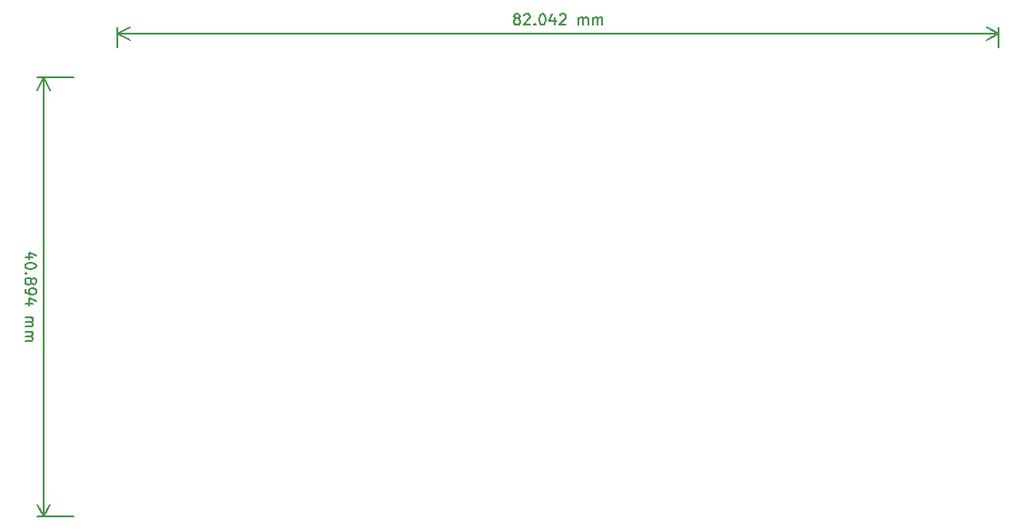
<source format=gbr>
G04 #@! TF.GenerationSoftware,KiCad,Pcbnew,(5.1.4-0-10_14)*
G04 #@! TF.CreationDate,2021-03-24T14:33:32+01:00*
G04 #@! TF.ProjectId,Display7447,44697370-6c61-4793-9734-34372e6b6963,rev?*
G04 #@! TF.SameCoordinates,Original*
G04 #@! TF.FileFunction,Other,ECO1*
%FSLAX46Y46*%
G04 Gerber Fmt 4.6, Leading zero omitted, Abs format (unit mm)*
G04 Created by KiCad (PCBNEW (5.1.4-0-10_14)) date 2021-03-24 14:33:32*
%MOMM*%
%LPD*%
G04 APERTURE LIST*
%ADD10C,0.150000*%
G04 APERTURE END LIST*
D10*
X71304285Y-35068333D02*
X70637619Y-35068333D01*
X71685238Y-34830238D02*
X70970952Y-34592142D01*
X70970952Y-35211190D01*
X71637619Y-35782619D02*
X71637619Y-35877857D01*
X71590000Y-35973095D01*
X71542380Y-36020714D01*
X71447142Y-36068333D01*
X71256666Y-36115952D01*
X71018571Y-36115952D01*
X70828095Y-36068333D01*
X70732857Y-36020714D01*
X70685238Y-35973095D01*
X70637619Y-35877857D01*
X70637619Y-35782619D01*
X70685238Y-35687380D01*
X70732857Y-35639761D01*
X70828095Y-35592142D01*
X71018571Y-35544523D01*
X71256666Y-35544523D01*
X71447142Y-35592142D01*
X71542380Y-35639761D01*
X71590000Y-35687380D01*
X71637619Y-35782619D01*
X70732857Y-36544523D02*
X70685238Y-36592142D01*
X70637619Y-36544523D01*
X70685238Y-36496904D01*
X70732857Y-36544523D01*
X70637619Y-36544523D01*
X71209047Y-37163571D02*
X71256666Y-37068333D01*
X71304285Y-37020714D01*
X71399523Y-36973095D01*
X71447142Y-36973095D01*
X71542380Y-37020714D01*
X71590000Y-37068333D01*
X71637619Y-37163571D01*
X71637619Y-37354047D01*
X71590000Y-37449285D01*
X71542380Y-37496904D01*
X71447142Y-37544523D01*
X71399523Y-37544523D01*
X71304285Y-37496904D01*
X71256666Y-37449285D01*
X71209047Y-37354047D01*
X71209047Y-37163571D01*
X71161428Y-37068333D01*
X71113809Y-37020714D01*
X71018571Y-36973095D01*
X70828095Y-36973095D01*
X70732857Y-37020714D01*
X70685238Y-37068333D01*
X70637619Y-37163571D01*
X70637619Y-37354047D01*
X70685238Y-37449285D01*
X70732857Y-37496904D01*
X70828095Y-37544523D01*
X71018571Y-37544523D01*
X71113809Y-37496904D01*
X71161428Y-37449285D01*
X71209047Y-37354047D01*
X70637619Y-38020714D02*
X70637619Y-38211190D01*
X70685238Y-38306428D01*
X70732857Y-38354047D01*
X70875714Y-38449285D01*
X71066190Y-38496904D01*
X71447142Y-38496904D01*
X71542380Y-38449285D01*
X71590000Y-38401666D01*
X71637619Y-38306428D01*
X71637619Y-38115952D01*
X71590000Y-38020714D01*
X71542380Y-37973095D01*
X71447142Y-37925476D01*
X71209047Y-37925476D01*
X71113809Y-37973095D01*
X71066190Y-38020714D01*
X71018571Y-38115952D01*
X71018571Y-38306428D01*
X71066190Y-38401666D01*
X71113809Y-38449285D01*
X71209047Y-38496904D01*
X71304285Y-39354047D02*
X70637619Y-39354047D01*
X71685238Y-39115952D02*
X70970952Y-38877857D01*
X70970952Y-39496904D01*
X70637619Y-40639761D02*
X71304285Y-40639761D01*
X71209047Y-40639761D02*
X71256666Y-40687380D01*
X71304285Y-40782619D01*
X71304285Y-40925476D01*
X71256666Y-41020714D01*
X71161428Y-41068333D01*
X70637619Y-41068333D01*
X71161428Y-41068333D02*
X71256666Y-41115952D01*
X71304285Y-41211190D01*
X71304285Y-41354047D01*
X71256666Y-41449285D01*
X71161428Y-41496904D01*
X70637619Y-41496904D01*
X70637619Y-41973095D02*
X71304285Y-41973095D01*
X71209047Y-41973095D02*
X71256666Y-42020714D01*
X71304285Y-42115952D01*
X71304285Y-42258809D01*
X71256666Y-42354047D01*
X71161428Y-42401666D01*
X70637619Y-42401666D01*
X71161428Y-42401666D02*
X71256666Y-42449285D01*
X71304285Y-42544523D01*
X71304285Y-42687380D01*
X71256666Y-42782619D01*
X71161428Y-42830238D01*
X70637619Y-42830238D01*
X72390000Y-18288000D02*
X72390000Y-59182000D01*
X75184000Y-18288000D02*
X71803579Y-18288000D01*
X75184000Y-59182000D02*
X71803579Y-59182000D01*
X72390000Y-59182000D02*
X71803579Y-58055496D01*
X72390000Y-59182000D02*
X72976421Y-58055496D01*
X72390000Y-18288000D02*
X71803579Y-19414504D01*
X72390000Y-18288000D02*
X72976421Y-19414504D01*
X116316619Y-12804952D02*
X116221380Y-12757333D01*
X116173761Y-12709714D01*
X116126142Y-12614476D01*
X116126142Y-12566857D01*
X116173761Y-12471619D01*
X116221380Y-12424000D01*
X116316619Y-12376380D01*
X116507095Y-12376380D01*
X116602333Y-12424000D01*
X116649952Y-12471619D01*
X116697571Y-12566857D01*
X116697571Y-12614476D01*
X116649952Y-12709714D01*
X116602333Y-12757333D01*
X116507095Y-12804952D01*
X116316619Y-12804952D01*
X116221380Y-12852571D01*
X116173761Y-12900190D01*
X116126142Y-12995428D01*
X116126142Y-13185904D01*
X116173761Y-13281142D01*
X116221380Y-13328761D01*
X116316619Y-13376380D01*
X116507095Y-13376380D01*
X116602333Y-13328761D01*
X116649952Y-13281142D01*
X116697571Y-13185904D01*
X116697571Y-12995428D01*
X116649952Y-12900190D01*
X116602333Y-12852571D01*
X116507095Y-12804952D01*
X117078523Y-12471619D02*
X117126142Y-12424000D01*
X117221380Y-12376380D01*
X117459476Y-12376380D01*
X117554714Y-12424000D01*
X117602333Y-12471619D01*
X117649952Y-12566857D01*
X117649952Y-12662095D01*
X117602333Y-12804952D01*
X117030904Y-13376380D01*
X117649952Y-13376380D01*
X118078523Y-13281142D02*
X118126142Y-13328761D01*
X118078523Y-13376380D01*
X118030904Y-13328761D01*
X118078523Y-13281142D01*
X118078523Y-13376380D01*
X118745190Y-12376380D02*
X118840428Y-12376380D01*
X118935666Y-12424000D01*
X118983285Y-12471619D01*
X119030904Y-12566857D01*
X119078523Y-12757333D01*
X119078523Y-12995428D01*
X119030904Y-13185904D01*
X118983285Y-13281142D01*
X118935666Y-13328761D01*
X118840428Y-13376380D01*
X118745190Y-13376380D01*
X118649952Y-13328761D01*
X118602333Y-13281142D01*
X118554714Y-13185904D01*
X118507095Y-12995428D01*
X118507095Y-12757333D01*
X118554714Y-12566857D01*
X118602333Y-12471619D01*
X118649952Y-12424000D01*
X118745190Y-12376380D01*
X119935666Y-12709714D02*
X119935666Y-13376380D01*
X119697571Y-12328761D02*
X119459476Y-13043047D01*
X120078523Y-13043047D01*
X120411857Y-12471619D02*
X120459476Y-12424000D01*
X120554714Y-12376380D01*
X120792809Y-12376380D01*
X120888047Y-12424000D01*
X120935666Y-12471619D01*
X120983285Y-12566857D01*
X120983285Y-12662095D01*
X120935666Y-12804952D01*
X120364238Y-13376380D01*
X120983285Y-13376380D01*
X122173761Y-13376380D02*
X122173761Y-12709714D01*
X122173761Y-12804952D02*
X122221380Y-12757333D01*
X122316619Y-12709714D01*
X122459476Y-12709714D01*
X122554714Y-12757333D01*
X122602333Y-12852571D01*
X122602333Y-13376380D01*
X122602333Y-12852571D02*
X122649952Y-12757333D01*
X122745190Y-12709714D01*
X122888047Y-12709714D01*
X122983285Y-12757333D01*
X123030904Y-12852571D01*
X123030904Y-13376380D01*
X123507095Y-13376380D02*
X123507095Y-12709714D01*
X123507095Y-12804952D02*
X123554714Y-12757333D01*
X123649952Y-12709714D01*
X123792809Y-12709714D01*
X123888047Y-12757333D01*
X123935666Y-12852571D01*
X123935666Y-13376380D01*
X123935666Y-12852571D02*
X123983285Y-12757333D01*
X124078523Y-12709714D01*
X124221380Y-12709714D01*
X124316619Y-12757333D01*
X124364238Y-12852571D01*
X124364238Y-13376380D01*
X161290000Y-14224000D02*
X79248000Y-14224000D01*
X161290000Y-15494000D02*
X161290000Y-13637579D01*
X79248000Y-15494000D02*
X79248000Y-13637579D01*
X79248000Y-14224000D02*
X80374504Y-13637579D01*
X79248000Y-14224000D02*
X80374504Y-14810421D01*
X161290000Y-14224000D02*
X160163496Y-13637579D01*
X161290000Y-14224000D02*
X160163496Y-14810421D01*
M02*

</source>
